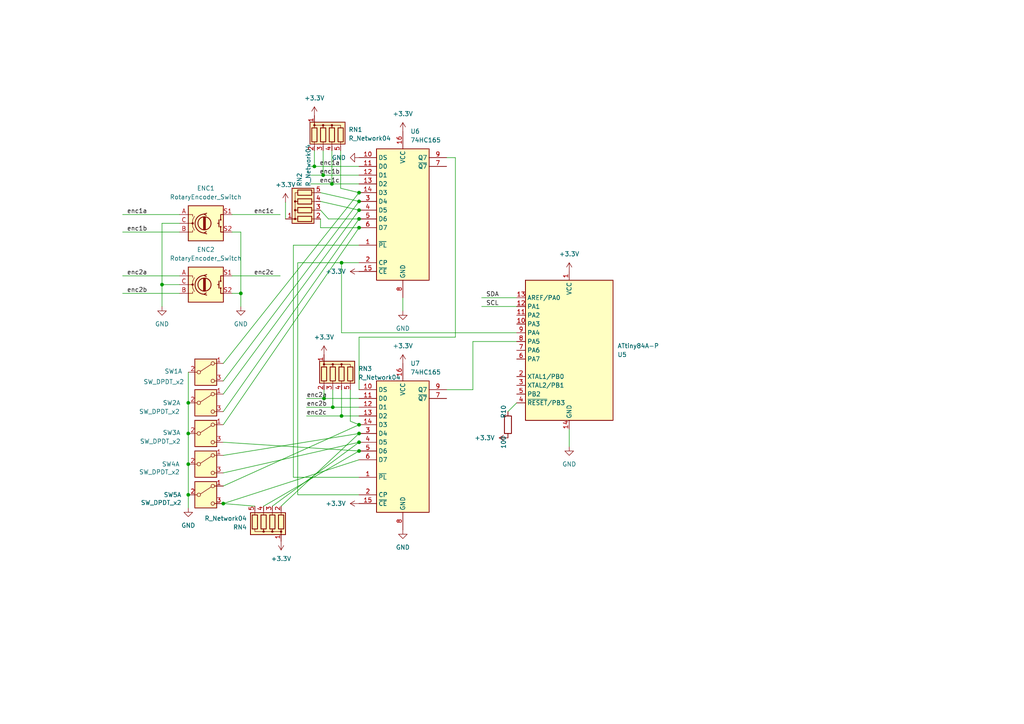
<source format=kicad_sch>
(kicad_sch (version 20230121) (generator eeschema)
  (paper "A4")
  (lib_symbols
    (symbol "74xx:74HC165"
      (property "Reference" "U" (at -7.62 19.05 0))
      (property "Value" "74HC165" (at -7.62 -21.59 0))
      (symbol "74HC165_1_0"
        (pin input line (at -12.7 -10.16 0) (length 5.08) (name "~{PL}") (number "1"))
        (pin input line (at -12.7 15.24 0) (length 5.08) (name "DS") (number "10"))
        (pin input line (at -12.7 12.7 0) (length 5.08) (name "D0") (number "11"))
        (pin input line (at -12.7 10.16 0) (length 5.08) (name "D1") (number "12"))
        (pin input line (at -12.7 7.62 0) (length 5.08) (name "D2") (number "13"))
        (pin input line (at -12.7 5.08 0) (length 5.08) (name "D3") (number "14"))
        (pin input line (at -12.7 -17.78 0) (length 5.08) (name "~{CE}") (number "15"))
        (pin power_in line (at 0 22.86 270) (length 5.08) (name "VCC") (number "16"))
        (pin input line (at -12.7 -15.24 0) (length 5.08) (name "CP") (number "2"))
        (pin input line (at -12.7 2.54 0) (length 5.08) (name "D4") (number "3"))
        (pin input line (at -12.7 0 0) (length 5.08) (name "D5") (number "4"))
        (pin input line (at -12.7 -2.54 0) (length 5.08) (name "D6") (number "5"))
        (pin input line (at -12.7 -5.08 0) (length 5.08) (name "D7") (number "6"))
        (pin output line (at 12.7 12.7 180) (length 5.08) (name "~{Q7}") (number "7"))
        (pin power_in line (at 0 -25.4 90) (length 5.08) (name "GND") (number "8"))
        (pin output line (at 12.7 15.24 180) (length 5.08) (name "Q7") (number "9"))
      )
      (symbol "74HC165_1_1"
        (rectangle (start -7.62 17.78) (end 7.62 -20.32) (stroke (width 0.254)) (fill (type background)))
      )
    )
    (symbol "Device:R" (pin_numbers hide) (pin_names (offset 0))
      (property "Reference" "R" (at 2.032 0 90))
      (property "Value" "R" (at 0 0 90))
      (symbol "R_0_1"
        (rectangle (start -1.016 -2.54) (end 1.016 2.54) (stroke (width 0.254)))
      )
      (symbol "R_1_1"
        (pin passive line (at 0 3.81 270) (length 1.27) (name "~") (number "1"))
        (pin passive line (at 0 -3.81 90) (length 1.27) (name "~") (number "2"))
      )
    )
    (symbol "Device:R_Network04" (pin_names (offset 0) hide)
      (property "Reference" "RN" (at -7.62 0 90))
      (property "Value" "R_Network04" (at 5.08 0 90))
      (symbol "R_Network04_0_1"
        (rectangle (start -6.35 -3.175) (end 3.81 3.175) (stroke (width 0.254)) (fill (type background)))
        (rectangle (start -5.842 1.524) (end -4.318 -2.54) (stroke (width 0.254)))
        (circle (center -5.08 2.286) (radius 0.254) (fill (type outline)))
        (rectangle (start -3.302 1.524) (end -1.778 -2.54) (stroke (width 0.254)))
        (circle (center -2.54 2.286) (radius 0.254) (fill (type outline)))
        (rectangle (start -0.762 1.524) (end 0.762 -2.54) (stroke (width 0.254)))
        (polyline (pts (xy -5.08 -2.54) (xy -5.08 -3.81)))
        (polyline (pts (xy -2.54 -2.54) (xy -2.54 -3.81)))
        (polyline (pts (xy 0 -2.54) (xy 0 -3.81)))
        (polyline (pts (xy 2.54 -2.54) (xy 2.54 -3.81)))
        (polyline (pts (xy -5.08 1.524) (xy -5.08 2.286) (xy -2.54 2.286) (xy -2.54 1.524)))
        (polyline (pts (xy -2.54 1.524) (xy -2.54 2.286) (xy 0 2.286) (xy 0 1.524)))
        (polyline (pts (xy 0 1.524) (xy 0 2.286) (xy 2.54 2.286) (xy 2.54 1.524)))
        (circle (center 0 2.286) (radius 0.254) (fill (type outline)))
        (rectangle (start 1.778 1.524) (end 3.302 -2.54) (stroke (width 0.254)))
      )
      (symbol "R_Network04_1_1"
        (pin passive line (at -5.08 5.08 270) (length 2.54) (name "common") (number "1"))
        (pin passive line (at -5.08 -5.08 90) (length 1.27) (name "R1") (number "2"))
        (pin passive line (at -2.54 -5.08 90) (length 1.27) (name "R2") (number "3"))
        (pin passive line (at 0 -5.08 90) (length 1.27) (name "R3") (number "4"))
        (pin passive line (at 2.54 -5.08 90) (length 1.27) (name "R4") (number "5"))
      )
    )
    (symbol "Device:RotaryEncoder_Switch" (pin_names (offset 0.254) hide)
      (property "Reference" "SW" (at 0 6.604 0))
      (property "Value" "RotaryEncoder_Switch" (at 0 -6.604 0))
      (symbol "RotaryEncoder_Switch_0_1"
        (rectangle (start -5.08 5.08) (end 5.08 -5.08) (stroke (width 0.254)) (fill (type background)))
        (circle (center -3.81 0) (radius 0.254) (fill (type outline)))
        (circle (center -0.381 0) (radius 1.905) (stroke (width 0.254)))
        (arc (start -0.381 2.667) (mid -3.0988 -0.0635) (end -0.381 -2.794) (stroke (width 0.254)))
        (polyline (pts (xy -0.635 -1.778) (xy -0.635 1.778)) (stroke (width 0.254)))
        (polyline (pts (xy -0.381 -1.778) (xy -0.381 1.778)) (stroke (width 0.254)))
        (polyline (pts (xy -0.127 1.778) (xy -0.127 -1.778)) (stroke (width 0.254)))
        (polyline (pts (xy 3.81 0) (xy 3.429 0)) (stroke (width 0.254)))
        (polyline (pts (xy 3.81 1.016) (xy 3.81 -1.016)) (stroke (width 0.254)))
        (polyline (pts (xy -5.08 -2.54) (xy -3.81 -2.54) (xy -3.81 -2.032)))
        (polyline (pts (xy -5.08 2.54) (xy -3.81 2.54) (xy -3.81 2.032)))
        (polyline (pts (xy 0.254 -3.048) (xy -0.508 -2.794) (xy 0.127 -2.413)) (stroke (width 0.254)))
        (polyline (pts (xy 0.254 2.921) (xy -0.508 2.667) (xy 0.127 2.286)) (stroke (width 0.254)))
        (polyline (pts (xy 5.08 -2.54) (xy 4.318 -2.54) (xy 4.318 -1.016)) (stroke (width 0.254)))
        (polyline (pts (xy 5.08 2.54) (xy 4.318 2.54) (xy 4.318 1.016)) (stroke (width 0.254)))
        (polyline (pts (xy -5.08 0) (xy -3.81 0) (xy -3.81 -1.016) (xy -3.302 -2.032)))
        (polyline (pts (xy -4.318 0) (xy -3.81 0) (xy -3.81 1.016) (xy -3.302 2.032)))
        (circle (center 4.318 -1.016) (radius 0.127) (stroke (width 0.254)))
        (circle (center 4.318 1.016) (radius 0.127) (stroke (width 0.254)))
      )
      (symbol "RotaryEncoder_Switch_1_1"
        (pin passive line (at -7.62 2.54 0) (length 2.54) (name "A") (number "A"))
        (pin passive line (at -7.62 -2.54 0) (length 2.54) (name "B") (number "B"))
        (pin passive line (at -7.62 0 0) (length 2.54) (name "C") (number "C"))
        (pin passive line (at 7.62 2.54 180) (length 2.54) (name "S1") (number "S1"))
        (pin passive line (at 7.62 -2.54 180) (length 2.54) (name "S2") (number "S2"))
      )
    )
    (symbol "MCU_Microchip_ATtiny:ATtiny84A-P"
      (property "Reference" "U" (at -12.7 21.59 0))
      (property "Value" "ATtiny84A-P" (at 2.54 -21.59 0))
      (symbol "ATtiny84A-P_0_1"
        (rectangle (start -12.7 -20.32) (end 12.7 20.32) (stroke (width 0.254)) (fill (type background)))
      )
      (symbol "ATtiny84A-P_1_1"
        (pin power_in line (at 0 22.86 270) (length 2.54) (name "VCC") (number "1"))
        (pin bidirectional line (at 15.24 7.62 180) (length 2.54) (name "PA3") (number "10"))
        (pin bidirectional line (at 15.24 10.16 180) (length 2.54) (name "PA2") (number "11"))
        (pin bidirectional line (at 15.24 12.7 180) (length 2.54) (name "PA1") (number "12"))
        (pin bidirectional line (at 15.24 15.24 180) (length 2.54) (name "AREF/PA0") (number "13"))
        (pin power_in line (at 0 -22.86 90) (length 2.54) (name "GND") (number "14"))
        (pin bidirectional line (at 15.24 -7.62 180) (length 2.54) (name "XTAL1/PB0") (number "2"))
        (pin bidirectional line (at 15.24 -10.16 180) (length 2.54) (name "XTAL2/PB1") (number "3"))
        (pin bidirectional line (at 15.24 -15.24 180) (length 2.54) (name "~{RESET}/PB3") (number "4"))
        (pin bidirectional line (at 15.24 -12.7 180) (length 2.54) (name "PB2") (number "5"))
        (pin bidirectional line (at 15.24 -2.54 180) (length 2.54) (name "PA7") (number "6"))
        (pin bidirectional line (at 15.24 0 180) (length 2.54) (name "PA6") (number "7"))
        (pin bidirectional line (at 15.24 2.54 180) (length 2.54) (name "PA5") (number "8"))
        (pin bidirectional line (at 15.24 5.08 180) (length 2.54) (name "PA4") (number "9"))
      )
    )
    (symbol "Switch:SW_DPDT_x2" (pin_names (offset 0) hide)
      (property "Reference" "SW" (at 0 5.08 0))
      (property "Value" "SW_DPDT_x2" (at 0 -5.08 0))
      (symbol "SW_DPDT_x2_0_0"
        (circle (center -2.032 0) (radius 0.508))
        (circle (center 2.032 -2.54) (radius 0.508))
      )
      (symbol "SW_DPDT_x2_0_1"
        (rectangle (start -3.175 3.81) (end 3.175 -3.81) (stroke (width 0.254)) (fill (type background)))
        (polyline (pts (xy -1.524 0.254) (xy 1.5748 2.286)))
        (circle (center 2.032 2.54) (radius 0.508))
      )
      (symbol "SW_DPDT_x2_1_1"
        (pin passive line (at 5.08 2.54 180) (length 2.54) (name "A") (number "1"))
        (pin passive line (at -5.08 0 0) (length 2.54) (name "B") (number "2"))
        (pin passive line (at 5.08 -2.54 180) (length 2.54) (name "C") (number "3"))
      )
      (symbol "SW_DPDT_x2_2_1"
        (pin passive line (at 5.08 2.54 180) (length 2.54) (name "A") (number "4"))
        (pin passive line (at -5.08 0 0) (length 2.54) (name "B") (number "5"))
        (pin passive line (at 5.08 -2.54 180) (length 2.54) (name "C") (number "6"))
      )
    )
    (symbol "power:+3.3V" (power) (pin_names (offset 0))
      (property "Value" "+3.3V" (at 0 3.556 0))
      (symbol "+3.3V_0_1"
        (polyline (pts (xy -0.762 1.27) (xy 0 2.54)))
        (polyline (pts (xy 0 0) (xy 0 2.54)))
        (polyline (pts (xy 0 2.54) (xy 0.762 1.27)))
      )
      (symbol "+3.3V_1_1"
        (pin power_in line (at 0 0 90) (length 0) hide (name "+3.3V") (number "1"))
      )
    )
    (symbol "power:GND" (power) (pin_names (offset 0))
      (property "Value" "GND" (at 0 -3.81 0))
      (symbol "GND_0_1"
        (polyline (pts (xy 0 0) (xy 0 -1.27) (xy 1.27 -1.27) (xy 0 -2.54) (xy -1.27 -1.27) (xy 0 -1.27)))
      )
      (symbol "GND_1_1"
        (pin power_in line (at 0 0 270) (length 0) hide (name "GND") (number "1"))
      )
    )
  )
  (junction (at 46.99 82.55))
  (junction (at 104.14 55.88))
  (junction (at 104.14 123.19))
  (junction (at 54.61 125.73))
  (junction (at 99.06 76.2))
  (junction (at 54.61 116.84))
  (junction (at 69.85 85.09))
  (junction (at 104.14 130.81))
  (junction (at 104.14 128.27))
  (junction (at 91.186 48.26))
  (junction (at 104.14 66.04))
  (junction (at 104.14 58.42))
  (junction (at 96.266 53.34))
  (junction (at 54.61 143.51))
  (junction (at 104.14 125.73))
  (junction (at 96.52 118.11))
  (junction (at 104.14 63.5))
  (junction (at 104.14 60.96))
  (junction (at 93.98 115.57))
  (junction (at 64.77 146.05))
  (junction (at 54.61 134.62))
  (junction (at 93.726 50.8))
  (junction (at 99.06 120.65))
  (wire (pts (xy 73.914 146.812) (xy 64.77 146.05)))
  (wire (pts (xy 67.31 67.31) (xy 69.85 67.31)))
  (wire (pts (xy 104.14 50.8) (xy 93.726 50.8)))
  (wire (pts (xy 96.266 43.688) (xy 96.266 53.34)))
  (wire (pts (xy 99.06 96.52) (xy 99.06 76.2)))
  (wire (pts (xy 104.14 76.2) (xy 99.06 76.2)))
  (wire (pts (xy 96.52 118.11) (xy 104.14 118.11)))
  (wire (pts (xy 90.17 48.26) (xy 91.186 48.26)))
  (wire (pts (xy 104.14 130.81) (xy 64.77 128.27)))
  (wire (pts (xy 54.61 134.62) (xy 54.61 143.51)))
  (wire (pts (xy 99.06 120.65) (xy 88.9 120.65)))
  (wire (pts (xy 92.964 66.04) (xy 104.14 66.04)))
  (wire (pts (xy 64.77 132.08) (xy 104.14 125.73)))
  (wire (pts (xy 35.56 85.09) (xy 52.07 85.09)))
  (wire (pts (xy 88.9 115.57) (xy 93.98 115.57)))
  (wire (pts (xy 78.994 146.812) (xy 104.14 128.27)))
  (wire (pts (xy 46.99 82.55) (xy 52.07 82.55)))
  (wire (pts (xy 85.09 71.12) (xy 85.09 138.43)))
  (wire (pts (xy 93.98 115.57) (xy 104.14 115.57)))
  (wire (pts (xy 69.85 88.9) (xy 69.85 85.09)))
  (wire (pts (xy 129.54 113.03) (xy 137.16 113.03)))
  (wire (pts (xy 93.726 43.688) (xy 93.726 50.8)))
  (wire (pts (xy 52.07 64.77) (xy 46.99 64.77)))
  (wire (pts (xy 54.61 143.51) (xy 54.61 147.32)))
  (wire (pts (xy 64.77 137.16) (xy 104.14 128.27)))
  (wire (pts (xy 101.6 113.03) (xy 101.6 122.174)))
  (wire (pts (xy 35.56 62.23) (xy 52.07 62.23)))
  (wire (pts (xy 85.09 138.43) (xy 104.14 138.43)))
  (wire (pts (xy 104.14 123.19) (xy 64.77 140.97)))
  (wire (pts (xy 137.16 99.06) (xy 149.86 99.06)))
  (wire (pts (xy 81.534 146.812) (xy 104.14 125.73)))
  (wire (pts (xy 46.99 64.77) (xy 46.99 82.55)))
  (wire (pts (xy 54.61 125.73) (xy 54.61 134.62)))
  (wire (pts (xy 67.31 85.09) (xy 69.85 85.09)))
  (wire (pts (xy 64.77 110.49) (xy 104.14 58.42)))
  (wire (pts (xy 88.9 118.11) (xy 96.52 118.11)))
  (wire (pts (xy 99.06 113.03) (xy 99.06 120.65)))
  (wire (pts (xy 104.14 71.12) (xy 85.09 71.12)))
  (wire (pts (xy 86.36 76.2) (xy 86.36 143.51)))
  (wire (pts (xy 104.14 97.79) (xy 104.14 113.03)))
  (wire (pts (xy 90.17 53.34) (xy 96.266 53.34)))
  (wire (pts (xy 139.7 88.9) (xy 149.86 88.9)))
  (wire (pts (xy 129.54 45.72) (xy 132.08 45.72)))
  (wire (pts (xy 95.25 63.5) (xy 104.14 63.5)))
  (wire (pts (xy 69.85 67.31) (xy 69.85 85.09)))
  (wire (pts (xy 96.266 53.34) (xy 104.14 53.34)))
  (wire (pts (xy 67.31 80.01) (xy 81.28 80.01)))
  (wire (pts (xy 54.61 116.84) (xy 54.61 125.73)))
  (wire (pts (xy 98.806 54.61) (xy 104.14 55.88)))
  (wire (pts (xy 98.806 43.688) (xy 98.806 54.61)))
  (wire (pts (xy 64.77 123.19) (xy 104.14 66.04)))
  (wire (pts (xy 147.32 119.38) (xy 149.86 116.84)))
  (wire (pts (xy 132.08 97.79) (xy 104.14 97.79)))
  (wire (pts (xy 52.07 67.31) (xy 35.56 67.31)))
  (wire (pts (xy 92.964 60.96) (xy 95.25 63.5)))
  (wire (pts (xy 67.31 62.23) (xy 81.28 62.23)))
  (wire (pts (xy 93.98 113.03) (xy 93.98 115.57)))
  (wire (pts (xy 92.964 63.5) (xy 92.964 66.04)))
  (wire (pts (xy 76.454 146.812) (xy 104.14 130.81)))
  (wire (pts (xy 46.99 88.9) (xy 46.99 82.55)))
  (wire (pts (xy 149.86 96.52) (xy 99.06 96.52)))
  (wire (pts (xy 99.06 76.2) (xy 86.36 76.2)))
  (wire (pts (xy 92.964 58.42) (xy 104.14 60.96)))
  (wire (pts (xy 64.77 146.05) (xy 104.14 133.35)))
  (wire (pts (xy 82.804 63.5) (xy 82.804 58.674)))
  (wire (pts (xy 54.61 107.95) (xy 54.61 116.84)))
  (wire (pts (xy 96.52 113.03) (xy 96.52 118.11)))
  (wire (pts (xy 91.186 48.26) (xy 104.14 48.26)))
  (wire (pts (xy 93.726 50.8) (xy 90.17 50.8)))
  (wire (pts (xy 137.16 113.03) (xy 137.16 99.06)))
  (wire (pts (xy 101.6 122.174) (xy 104.14 123.19)))
  (wire (pts (xy 165.1 129.54) (xy 165.1 124.46)))
  (wire (pts (xy 116.84 90.17) (xy 116.84 86.36)))
  (wire (pts (xy 35.56 80.01) (xy 52.07 80.01)))
  (wire (pts (xy 132.08 45.72) (xy 132.08 97.79)))
  (wire (pts (xy 64.77 114.3) (xy 104.14 60.96)))
  (wire (pts (xy 104.14 120.65) (xy 99.06 120.65)))
  (wire (pts (xy 139.7 86.36) (xy 149.86 86.36)))
  (wire (pts (xy 86.36 143.51) (xy 104.14 143.51)))
  (wire (pts (xy 92.964 55.88) (xy 104.14 58.42)))
  (wire (pts (xy 64.77 105.41) (xy 104.14 55.88)))
  (wire (pts (xy 91.186 43.688) (xy 91.186 48.26)))
  (wire (pts (xy 64.77 119.38) (xy 104.14 63.5)))
  (label "enc1c" (at 73.66 62.23 0))
  (label "enc1b" (at 92.71 50.8 0))
  (label "SDA" (at 140.97 86.36 0))
  (label "enc1a" (at 92.71 48.26 0))
  (label "enc1c" (at 92.71 53.34 0))
  (label "enc1b" (at 36.83 67.31 0))
  (label "enc1a" (at 36.83 62.23 0))
  (label "enc2a" (at 88.9508 115.57 0))
  (label "SCL" (at 140.97 88.9 0))
  (label "enc2c" (at 88.9508 120.65 0))
  (label "enc2a" (at 36.83 80.01 0))
  (label "enc2b" (at 36.83 85.09 0))
  (label "enc2b" (at 88.9508 118.11 0))
  (label "enc2c" (at 73.66 80.01 0))
  (symbol (lib_id "power:GND") (at 116.84 153.67 0) (unit 1)
    (property "Reference" "#PWR021" (effects hide))
    (property "Value" "GND" (at 116.84 158.75 0))
  )
  (symbol (lib_id "Device:RotaryEncoder_Switch") (at 59.69 64.77 0) (unit 1)
    (property "Reference" "ENC1" (at 59.69 54.61 0))
    (property "Value" "RotaryEncoder_Switch" (at 59.69 57.15 0))
    (property "Footprint" "Rotary_Encoder:RotaryEncoder_Alps_EC12E-Switch_Vertical_H20mm" (effects hide))
  )
  (symbol (lib_id "Device:R_Network04") (at 76.454 151.892 180) (unit 1)
    (property "Reference" "RN4" (at 71.628 152.908 0) (effects (justify left)))
    (property "Value" "R_Network04" (at 71.628 150.368 0) (effects (justify left)))
    (property "Footprint" "Resistor_THT:R_Array_SIP5" (effects hide))
    (property "Datasheet" "http://www.vishay.com/docs/31509/csc.pdf" (effects hide))
  )
  (symbol (lib_id "Device:R") (at 147.32 123.19 180) (unit 1)
    (property "Reference" "R10" (at 146.05 119.38 90))
    (property "Value" "100" (at 146.05 128.27 90))
    (property "Footprint" "Resistor_SMD:R_1206_3216Metric_Pad1.30x1.75mm_HandSolder" (effects hide))
  )
  (symbol (lib_id "power:GND") (at 54.61 147.32 0) (unit 1)
    (property "Reference" "#PWR015" (effects hide))
    (property "Value" "GND" (at 54.61 152.4 0))
  )
  (symbol (lib_id "Device:R_Network04") (at 99.06 107.95 0) (unit 1)
    (property "Reference" "RN3" (at 103.886 106.934 0) (effects (justify left)))
    (property "Value" "R_Network04" (at 103.886 109.474 0) (effects (justify left)))
    (property "Footprint" "Resistor_THT:R_Array_SIP5" (effects hide))
    (property "Datasheet" "http://www.vishay.com/docs/31509/csc.pdf" (effects hide))
  )
  (symbol (lib_id "power:+3.3V") (at 165.1 78.74 0) (unit 1)
    (property "Reference" "#PWR020" (effects hide))
    (property "Value" "+3.3V" (at 165.1 73.66 0))
  )
  (symbol (lib_id "Switch:SW_DPDT_x2") (at 59.69 134.62 0) (unit 1)
    (property "Reference" "SW4" (at 49.53 134.62 0))
    (property "Value" "SW_DPDT_x2" (at 46.228 136.906 0))
    (property "Footprint" "VFDs-Library:SwitchMS500Ecut" (effects hide))
  )
  (symbol (lib_id "74xx:74HC165") (at 116.84 128.27 0) (unit 1)
    (property "Reference" "U7" (at 119.0341 105.41 0) (effects (justify left)))
    (property "Value" "74HC165" (at 119.0341 107.95 0) (effects (justify left)))
    (property "Footprint" "Package_SO:SO-16_3.9x9.9mm_P1.27mm" (effects hide))
    (property "Datasheet" "https://assets.nexperia.com/documents/data-sheet/74HC_HCT165.pdf" (effects hide))
  )
  (symbol (lib_id "power:+3.3V") (at 82.804 58.674 0) (unit 1)
    (property "Reference" "#PWR030" (effects hide))
    (property "Value" "+3.3V" (at 82.804 53.594 0))
  )
  (symbol (lib_id "MCU_Microchip_ATtiny:ATtiny84A-P") (at 165.1 101.6 0) (mirror y) (unit 1)
    (property "Reference" "U5" (at 179.07 102.87 0) (effects (justify right)))
    (property "Value" "ATtiny84A-P" (at 179.07 100.33 0) (effects (justify right)))
    (property "Footprint" "Package_DIP:DIP-14_W7.62mm" (effects hide))
    (property "Datasheet" "http://ww1.microchip.com/downloads/en/DeviceDoc/doc8183.pdf" (effects hide))
  )
  (symbol (lib_id "power:+3.3V") (at 81.534 156.972 180) (unit 1)
    (property "Reference" "#PWR032" (effects hide))
    (property "Value" "+3.3V" (at 81.534 162.052 0))
  )
  (symbol (lib_id "Switch:SW_DPDT_x2") (at 59.69 125.73 0) (unit 1)
    (property "Reference" "SW3" (at 49.784 125.476 0))
    (property "Value" "SW_DPDT_x2" (at 46.482 128.016 0))
    (property "Footprint" "VFDs-Library:SwitchMS500Ecut" (effects hide))
  )
  (symbol (lib_id "power:+3.3V") (at 93.98 102.87 0) (unit 1)
    (property "Reference" "#PWR031" (effects hide))
    (property "Value" "+3.3V" (at 93.98 97.79 0))
  )
  (symbol (lib_id "Switch:SW_DPDT_x2") (at 59.69 143.51 0) (unit 1)
    (property "Reference" "SW5" (at 50.038 143.51 0))
    (property "Value" "SW_DPDT_x2" (at 46.736 145.796 0))
    (property "Footprint" "VFDs-Library:SwitchMS500Ecut" (effects hide))
  )
  (symbol (lib_id "Switch:SW_DPDT_x2") (at 59.69 116.84 0) (unit 1)
    (property "Reference" "SW2" (at 49.784 116.84 0))
    (property "Value" "SW_DPDT_x2" (at 46.228 119.38 0))
    (property "Footprint" "VFDs-Library:SwitchMS500Ecut" (effects hide))
  )
  (symbol (lib_id "power:+3.3V") (at 147.32 127 90) (unit 1)
    (property "Reference" "#PWR025" (effects hide))
    (property "Value" "+3.3V" (at 143.51 127 90) (effects (justify left)))
  )
  (symbol (lib_id "power:GND") (at 104.14 45.72 270) (unit 1)
    (property "Reference" "#PWR027" (effects hide))
    (property "Value" "GND" (at 100.33 45.72 90) (effects (justify right)))
  )
  (symbol (lib_id "power:+3.3V") (at 91.186 33.528 0) (unit 1)
    (property "Reference" "#PWR028" (effects hide))
    (property "Value" "+3.3V" (at 91.186 28.448 0))
  )
  (symbol (lib_id "power:+3.3V") (at 116.84 105.41 0) (unit 1)
    (property "Reference" "#PWR019" (effects hide))
    (property "Value" "+3.3V" (at 116.84 100.33 0))
  )
  (symbol (lib_id "power:GND") (at 69.85 88.9 0) (unit 1)
    (property "Reference" "#PWR016" (effects hide))
    (property "Value" "GND" (at 69.85 93.98 0))
  )
  (symbol (lib_id "power:GND") (at 46.99 88.9 0) (unit 1)
    (property "Reference" "#PWR014" (effects hide))
    (property "Value" "GND" (at 46.99 93.98 0))
  )
  (symbol (lib_id "power:+3.3V") (at 104.14 78.74 90) (unit 1)
    (property "Reference" "#PWR023" (effects hide))
    (property "Value" "+3.3V" (at 100.33 78.74 90) (effects (justify left)))
  )
  (symbol (lib_id "power:GND") (at 116.84 90.17 0) (unit 1)
    (property "Reference" "#PWR017" (effects hide))
    (property "Value" "GND" (at 116.84 95.25 0))
  )
  (symbol (lib_id "Device:R_Network04") (at 96.266 38.608 0) (unit 1)
    (property "Reference" "RN1" (at 101.092 37.592 0) (effects (justify left)))
    (property "Value" "R_Network04" (at 101.092 40.132 0) (effects (justify left)))
    (property "Footprint" "Resistor_THT:R_Array_SIP5" (effects hide))
    (property "Datasheet" "http://www.vishay.com/docs/31509/csc.pdf" (effects hide))
  )
  (symbol (lib_id "power:+3.3V") (at 116.84 38.1 0) (unit 1)
    (property "Reference" "#PWR018" (effects hide))
    (property "Value" "+3.3V" (at 116.84 33.02 0))
  )
  (symbol (lib_id "power:+3.3V") (at 104.14 146.05 90) (unit 1)
    (property "Reference" "#PWR024" (effects hide))
    (property "Value" "+3.3V" (at 100.33 146.05 90) (effects (justify left)))
  )
  (symbol (lib_id "Switch:SW_DPDT_x2") (at 59.69 107.95 0) (unit 1)
    (property "Reference" "SW1" (at 50.292 107.696 0))
    (property "Value" "SW_DPDT_x2" (at 47.498 110.744 0))
    (property "Footprint" "VFDs-Library:SwitchMS500Ecut" (effects hide))
  )
  (symbol (lib_id "74xx:74HC165") (at 116.84 60.96 0) (unit 1)
    (property "Reference" "U6" (at 119.0341 38.1 0) (effects (justify left)))
    (property "Value" "74HC165" (at 119.0341 40.64 0) (effects (justify left)))
    (property "Footprint" "Package_SO:SO-16_3.9x9.9mm_P1.27mm" (effects hide))
    (property "Datasheet" "https://assets.nexperia.com/documents/data-sheet/74HC_HCT165.pdf" (effects hide))
  )
  (symbol (lib_id "power:GND") (at 165.1 129.54 0) (unit 1)
    (property "Reference" "#PWR022" (effects hide))
    (property "Value" "GND" (at 165.1 134.62 0))
  )
  (symbol (lib_id "Device:RotaryEncoder_Switch") (at 59.69 82.55 0) (unit 1)
    (property "Reference" "ENC2" (at 59.69 72.39 0))
    (property "Value" "RotaryEncoder_Switch" (at 59.69 74.93 0))
    (property "Footprint" "Rotary_Encoder:RotaryEncoder_Alps_EC12E-Switch_Vertical_H20mm" (effects hide))
  )
  (symbol (lib_id "Device:R_Network04") (at 87.884 58.42 90) (unit 1)
    (property "Reference" "RN2" (at 86.868 54.102 0) (effects (justify left)))
    (property "Value" "R_Network04" (at 89.408 54.102 0) (effects (justify left)))
    (property "Footprint" "Resistor_THT:R_Array_SIP5" (effects hide))
    (property "Datasheet" "http://www.vishay.com/docs/31509/csc.pdf" (effects hide))
  )
)
</source>
